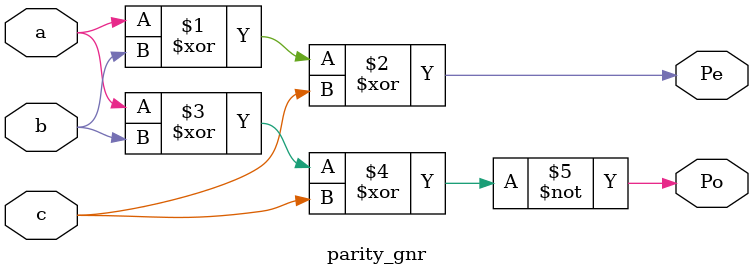
<source format=v>
module parity_gnr(a,b,c,Pe,Po);
input a,b,c;
output Pe,Po;
assign Pe=a^b^c;
assign Po=~(a^b^c);
endmodule

</source>
